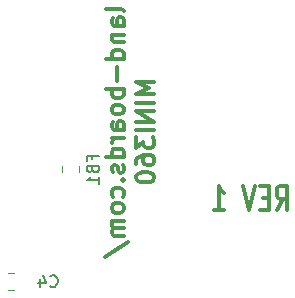
<source format=gbo>
G04 #@! TF.GenerationSoftware,KiCad,Pcbnew,(5.1.5)-3*
G04 #@! TF.CreationDate,2021-08-21T09:30:28-04:00*
G04 #@! TF.ProjectId,MINI360,4d494e49-3336-4302-9e6b-696361645f70,X1*
G04 #@! TF.SameCoordinates,Original*
G04 #@! TF.FileFunction,Legend,Bot*
G04 #@! TF.FilePolarity,Positive*
%FSLAX46Y46*%
G04 Gerber Fmt 4.6, Leading zero omitted, Abs format (unit mm)*
G04 Created by KiCad (PCBNEW (5.1.5)-3) date 2021-08-21 09:30:28*
%MOMM*%
%LPD*%
G04 APERTURE LIST*
%ADD10C,0.304800*%
%ADD11C,0.120000*%
%ADD12C,0.150000*%
G04 APERTURE END LIST*
D10*
X112667142Y-21874238D02*
X113175142Y-20906619D01*
X113538000Y-21874238D02*
X113538000Y-19842238D01*
X112957428Y-19842238D01*
X112812285Y-19939000D01*
X112739714Y-20035761D01*
X112667142Y-20229285D01*
X112667142Y-20519571D01*
X112739714Y-20713095D01*
X112812285Y-20809857D01*
X112957428Y-20906619D01*
X113538000Y-20906619D01*
X112014000Y-20809857D02*
X111506000Y-20809857D01*
X111288285Y-21874238D02*
X112014000Y-21874238D01*
X112014000Y-19842238D01*
X111288285Y-19842238D01*
X110852857Y-19842238D02*
X110344857Y-21874238D01*
X109836857Y-19842238D01*
X107369428Y-21874238D02*
X108240285Y-21874238D01*
X107804857Y-21874238D02*
X107804857Y-19842238D01*
X107950000Y-20132523D01*
X108095142Y-20326047D01*
X108240285Y-20422809D01*
X99724028Y-5043714D02*
X99651457Y-4898571D01*
X99506314Y-4826000D01*
X98200028Y-4826000D01*
X99724028Y-6277428D02*
X98925742Y-6277428D01*
X98780600Y-6204857D01*
X98708028Y-6059714D01*
X98708028Y-5769428D01*
X98780600Y-5624285D01*
X99651457Y-6277428D02*
X99724028Y-6132285D01*
X99724028Y-5769428D01*
X99651457Y-5624285D01*
X99506314Y-5551714D01*
X99361171Y-5551714D01*
X99216028Y-5624285D01*
X99143457Y-5769428D01*
X99143457Y-6132285D01*
X99070885Y-6277428D01*
X98708028Y-7003142D02*
X99724028Y-7003142D01*
X98853171Y-7003142D02*
X98780600Y-7075714D01*
X98708028Y-7220857D01*
X98708028Y-7438571D01*
X98780600Y-7583714D01*
X98925742Y-7656285D01*
X99724028Y-7656285D01*
X99724028Y-9035142D02*
X98200028Y-9035142D01*
X99651457Y-9035142D02*
X99724028Y-8890000D01*
X99724028Y-8599714D01*
X99651457Y-8454571D01*
X99578885Y-8382000D01*
X99433742Y-8309428D01*
X98998314Y-8309428D01*
X98853171Y-8382000D01*
X98780600Y-8454571D01*
X98708028Y-8599714D01*
X98708028Y-8890000D01*
X98780600Y-9035142D01*
X99143457Y-9760857D02*
X99143457Y-10922000D01*
X99724028Y-11647714D02*
X98200028Y-11647714D01*
X98780600Y-11647714D02*
X98708028Y-11792857D01*
X98708028Y-12083142D01*
X98780600Y-12228285D01*
X98853171Y-12300857D01*
X98998314Y-12373428D01*
X99433742Y-12373428D01*
X99578885Y-12300857D01*
X99651457Y-12228285D01*
X99724028Y-12083142D01*
X99724028Y-11792857D01*
X99651457Y-11647714D01*
X99724028Y-13244285D02*
X99651457Y-13099142D01*
X99578885Y-13026571D01*
X99433742Y-12954000D01*
X98998314Y-12954000D01*
X98853171Y-13026571D01*
X98780600Y-13099142D01*
X98708028Y-13244285D01*
X98708028Y-13462000D01*
X98780600Y-13607142D01*
X98853171Y-13679714D01*
X98998314Y-13752285D01*
X99433742Y-13752285D01*
X99578885Y-13679714D01*
X99651457Y-13607142D01*
X99724028Y-13462000D01*
X99724028Y-13244285D01*
X99724028Y-15058571D02*
X98925742Y-15058571D01*
X98780600Y-14986000D01*
X98708028Y-14840857D01*
X98708028Y-14550571D01*
X98780600Y-14405428D01*
X99651457Y-15058571D02*
X99724028Y-14913428D01*
X99724028Y-14550571D01*
X99651457Y-14405428D01*
X99506314Y-14332857D01*
X99361171Y-14332857D01*
X99216028Y-14405428D01*
X99143457Y-14550571D01*
X99143457Y-14913428D01*
X99070885Y-15058571D01*
X99724028Y-15784285D02*
X98708028Y-15784285D01*
X98998314Y-15784285D02*
X98853171Y-15856857D01*
X98780600Y-15929428D01*
X98708028Y-16074571D01*
X98708028Y-16219714D01*
X99724028Y-17380857D02*
X98200028Y-17380857D01*
X99651457Y-17380857D02*
X99724028Y-17235714D01*
X99724028Y-16945428D01*
X99651457Y-16800285D01*
X99578885Y-16727714D01*
X99433742Y-16655142D01*
X98998314Y-16655142D01*
X98853171Y-16727714D01*
X98780600Y-16800285D01*
X98708028Y-16945428D01*
X98708028Y-17235714D01*
X98780600Y-17380857D01*
X99651457Y-18034000D02*
X99724028Y-18179142D01*
X99724028Y-18469428D01*
X99651457Y-18614571D01*
X99506314Y-18687142D01*
X99433742Y-18687142D01*
X99288600Y-18614571D01*
X99216028Y-18469428D01*
X99216028Y-18251714D01*
X99143457Y-18106571D01*
X98998314Y-18034000D01*
X98925742Y-18034000D01*
X98780600Y-18106571D01*
X98708028Y-18251714D01*
X98708028Y-18469428D01*
X98780600Y-18614571D01*
X99578885Y-19340285D02*
X99651457Y-19412857D01*
X99724028Y-19340285D01*
X99651457Y-19267714D01*
X99578885Y-19340285D01*
X99724028Y-19340285D01*
X99651457Y-20719142D02*
X99724028Y-20574000D01*
X99724028Y-20283714D01*
X99651457Y-20138571D01*
X99578885Y-20066000D01*
X99433742Y-19993428D01*
X98998314Y-19993428D01*
X98853171Y-20066000D01*
X98780600Y-20138571D01*
X98708028Y-20283714D01*
X98708028Y-20574000D01*
X98780600Y-20719142D01*
X99724028Y-21590000D02*
X99651457Y-21444857D01*
X99578885Y-21372285D01*
X99433742Y-21299714D01*
X98998314Y-21299714D01*
X98853171Y-21372285D01*
X98780600Y-21444857D01*
X98708028Y-21590000D01*
X98708028Y-21807714D01*
X98780600Y-21952857D01*
X98853171Y-22025428D01*
X98998314Y-22098000D01*
X99433742Y-22098000D01*
X99578885Y-22025428D01*
X99651457Y-21952857D01*
X99724028Y-21807714D01*
X99724028Y-21590000D01*
X99724028Y-22751142D02*
X98708028Y-22751142D01*
X98853171Y-22751142D02*
X98780600Y-22823714D01*
X98708028Y-22968857D01*
X98708028Y-23186571D01*
X98780600Y-23331714D01*
X98925742Y-23404285D01*
X99724028Y-23404285D01*
X98925742Y-23404285D02*
X98780600Y-23476857D01*
X98708028Y-23622000D01*
X98708028Y-23839714D01*
X98780600Y-23984857D01*
X98925742Y-24057428D01*
X99724028Y-24057428D01*
X98127457Y-25871714D02*
X100086885Y-24565428D01*
X102314828Y-11030857D02*
X100790828Y-11030857D01*
X101879400Y-11538857D01*
X100790828Y-12046857D01*
X102314828Y-12046857D01*
X102314828Y-12772571D02*
X100790828Y-12772571D01*
X102314828Y-13498285D02*
X100790828Y-13498285D01*
X102314828Y-14369142D01*
X100790828Y-14369142D01*
X102314828Y-15094857D02*
X100790828Y-15094857D01*
X100790828Y-15675428D02*
X100790828Y-16618857D01*
X101371400Y-16110857D01*
X101371400Y-16328571D01*
X101443971Y-16473714D01*
X101516542Y-16546285D01*
X101661685Y-16618857D01*
X102024542Y-16618857D01*
X102169685Y-16546285D01*
X102242257Y-16473714D01*
X102314828Y-16328571D01*
X102314828Y-15893142D01*
X102242257Y-15748000D01*
X102169685Y-15675428D01*
X100790828Y-17925142D02*
X100790828Y-17634857D01*
X100863400Y-17489714D01*
X100935971Y-17417142D01*
X101153685Y-17272000D01*
X101443971Y-17199428D01*
X102024542Y-17199428D01*
X102169685Y-17272000D01*
X102242257Y-17344571D01*
X102314828Y-17489714D01*
X102314828Y-17780000D01*
X102242257Y-17925142D01*
X102169685Y-17997714D01*
X102024542Y-18070285D01*
X101661685Y-18070285D01*
X101516542Y-17997714D01*
X101443971Y-17925142D01*
X101371400Y-17780000D01*
X101371400Y-17489714D01*
X101443971Y-17344571D01*
X101516542Y-17272000D01*
X101661685Y-17199428D01*
X100790828Y-19013714D02*
X100790828Y-19158857D01*
X100863400Y-19304000D01*
X100935971Y-19376571D01*
X101081114Y-19449142D01*
X101371400Y-19521714D01*
X101734257Y-19521714D01*
X102024542Y-19449142D01*
X102169685Y-19376571D01*
X102242257Y-19304000D01*
X102314828Y-19158857D01*
X102314828Y-19013714D01*
X102242257Y-18868571D01*
X102169685Y-18796000D01*
X102024542Y-18723428D01*
X101734257Y-18650857D01*
X101371400Y-18650857D01*
X101081114Y-18723428D01*
X100935971Y-18796000D01*
X100863400Y-18868571D01*
X100790828Y-19013714D01*
D11*
X94540000Y-18153748D02*
X94540000Y-18676252D01*
X95960000Y-18153748D02*
X95960000Y-18676252D01*
X89908748Y-28650000D02*
X90431252Y-28650000D01*
X89908748Y-27230000D02*
X90431252Y-27230000D01*
D12*
X97083571Y-17581666D02*
X97083571Y-17248333D01*
X97607380Y-17248333D02*
X96607380Y-17248333D01*
X96607380Y-17724523D01*
X97083571Y-18438809D02*
X97131190Y-18581666D01*
X97178809Y-18629285D01*
X97274047Y-18676904D01*
X97416904Y-18676904D01*
X97512142Y-18629285D01*
X97559761Y-18581666D01*
X97607380Y-18486428D01*
X97607380Y-18105476D01*
X96607380Y-18105476D01*
X96607380Y-18438809D01*
X96655000Y-18534047D01*
X96702619Y-18581666D01*
X96797857Y-18629285D01*
X96893095Y-18629285D01*
X96988333Y-18581666D01*
X97035952Y-18534047D01*
X97083571Y-18438809D01*
X97083571Y-18105476D01*
X97607380Y-19629285D02*
X97607380Y-19057857D01*
X97607380Y-19343571D02*
X96607380Y-19343571D01*
X96750238Y-19248333D01*
X96845476Y-19153095D01*
X96893095Y-19057857D01*
X93511666Y-28297142D02*
X93559285Y-28344761D01*
X93702142Y-28392380D01*
X93797380Y-28392380D01*
X93940238Y-28344761D01*
X94035476Y-28249523D01*
X94083095Y-28154285D01*
X94130714Y-27963809D01*
X94130714Y-27820952D01*
X94083095Y-27630476D01*
X94035476Y-27535238D01*
X93940238Y-27440000D01*
X93797380Y-27392380D01*
X93702142Y-27392380D01*
X93559285Y-27440000D01*
X93511666Y-27487619D01*
X92654523Y-27725714D02*
X92654523Y-28392380D01*
X92892619Y-27344761D02*
X93130714Y-28059047D01*
X92511666Y-28059047D01*
M02*

</source>
